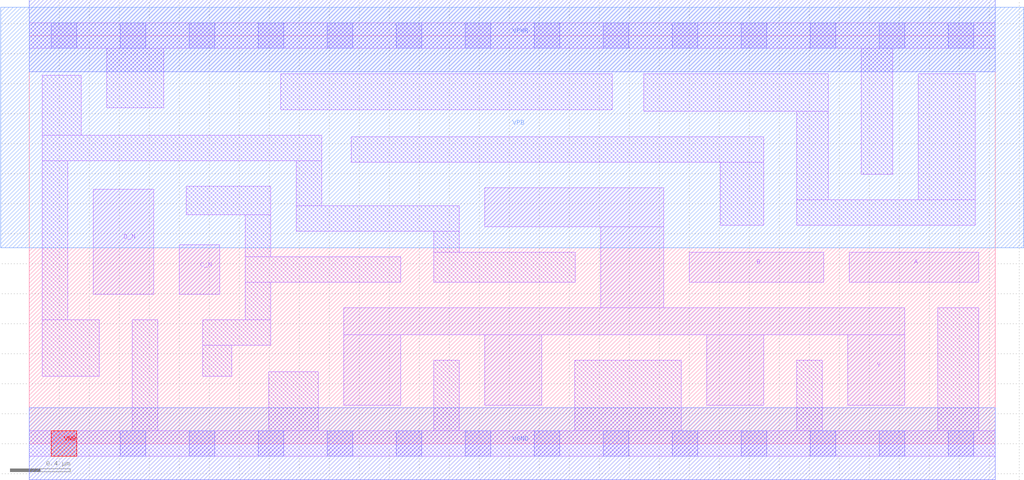
<source format=lef>
# Copyright 2020 The SkyWater PDK Authors
#
# Licensed under the Apache License, Version 2.0 (the "License");
# you may not use this file except in compliance with the License.
# You may obtain a copy of the License at
#
#     https://www.apache.org/licenses/LICENSE-2.0
#
# Unless required by applicable law or agreed to in writing, software
# distributed under the License is distributed on an "AS IS" BASIS,
# WITHOUT WARRANTIES OR CONDITIONS OF ANY KIND, either express or implied.
# See the License for the specific language governing permissions and
# limitations under the License.
#
# SPDX-License-Identifier: Apache-2.0

VERSION 5.7 ;
  NOWIREEXTENSIONATPIN ON ;
  DIVIDERCHAR "/" ;
  BUSBITCHARS "[]" ;
PROPERTYDEFINITIONS
  MACRO maskLayoutSubType STRING ;
  MACRO prCellType STRING ;
  MACRO originalViewName STRING ;
END PROPERTYDEFINITIONS
MACRO sky130_fd_sc_hdll__nor4bb_2
  CLASS CORE ;
  FOREIGN sky130_fd_sc_hdll__nor4bb_2 ;
  ORIGIN  0.000000  0.000000 ;
  SIZE  6.440000 BY  2.720000 ;
  SYMMETRY X Y R90 ;
  SITE unithd ;
  PIN A
    ANTENNAGATEAREA  0.555000 ;
    DIRECTION INPUT ;
    USE SIGNAL ;
    PORT
      LAYER li1 ;
        RECT 5.465000 1.075000 6.330000 1.275000 ;
    END
  END A
  PIN B
    ANTENNAGATEAREA  0.555000 ;
    DIRECTION INPUT ;
    USE SIGNAL ;
    PORT
      LAYER li1 ;
        RECT 4.400000 1.075000 5.295000 1.275000 ;
    END
  END B
  PIN C_N
    ANTENNAGATEAREA  0.138600 ;
    DIRECTION INPUT ;
    USE SIGNAL ;
    PORT
      LAYER li1 ;
        RECT 1.000000 0.995000 1.270000 1.325000 ;
    END
  END C_N
  PIN D_N
    ANTENNAGATEAREA  0.138600 ;
    DIRECTION INPUT ;
    USE SIGNAL ;
    PORT
      LAYER li1 ;
        RECT 0.425000 0.995000 0.830000 1.695000 ;
    END
  END D_N
  PIN VGND
    ANTENNADIFFAREA  1.295950 ;
    DIRECTION INOUT ;
    USE SIGNAL ;
    PORT
      LAYER met1 ;
        RECT 0.000000 -0.240000 6.440000 0.240000 ;
    END
  END VGND
  PIN VNB
    PORT
      LAYER pwell ;
        RECT 0.145000 -0.085000 0.315000 0.085000 ;
    END
  END VNB
  PIN VPB
    PORT
      LAYER nwell ;
        RECT -0.190000 1.305000 6.630000 2.910000 ;
    END
  END VPB
  PIN VPWR
    ANTENNADIFFAREA  0.543625 ;
    DIRECTION INOUT ;
    USE SIGNAL ;
    PORT
      LAYER met1 ;
        RECT 0.000000 2.480000 6.440000 2.960000 ;
    END
  END VPWR
  PIN Y
    ANTENNADIFFAREA  1.219500 ;
    DIRECTION OUTPUT ;
    USE SIGNAL ;
    PORT
      LAYER li1 ;
        RECT 2.095000 0.255000 2.475000 0.725000 ;
        RECT 2.095000 0.725000 5.835000 0.905000 ;
        RECT 3.035000 0.255000 3.415000 0.725000 ;
        RECT 3.035000 1.445000 4.230000 1.705000 ;
        RECT 3.810000 0.905000 4.230000 1.445000 ;
        RECT 4.515000 0.255000 4.895000 0.725000 ;
        RECT 5.455000 0.255000 5.835000 0.725000 ;
    END
  END Y
  OBS
    LAYER li1 ;
      RECT 0.000000 -0.085000 6.440000 0.085000 ;
      RECT 0.000000  2.635000 6.440000 2.805000 ;
      RECT 0.085000  0.450000 0.465000 0.825000 ;
      RECT 0.085000  0.825000 0.255000 1.885000 ;
      RECT 0.085000  1.885000 1.950000 2.055000 ;
      RECT 0.085000  2.055000 0.345000 2.455000 ;
      RECT 0.515000  2.240000 0.895000 2.635000 ;
      RECT 0.685000  0.085000 0.855000 0.825000 ;
      RECT 1.045000  1.525000 1.610000 1.715000 ;
      RECT 1.155000  0.450000 1.350000 0.655000 ;
      RECT 1.155000  0.655000 1.610000 0.825000 ;
      RECT 1.440000  0.825000 1.610000 1.075000 ;
      RECT 1.440000  1.075000 2.475000 1.245000 ;
      RECT 1.440000  1.245000 1.610000 1.525000 ;
      RECT 1.595000  0.085000 1.925000 0.480000 ;
      RECT 1.675000  2.225000 3.885000 2.465000 ;
      RECT 1.780000  1.415000 2.865000 1.585000 ;
      RECT 1.780000  1.585000 1.950000 1.885000 ;
      RECT 2.145000  1.875000 4.895000 2.045000 ;
      RECT 2.695000  0.085000 2.865000 0.555000 ;
      RECT 2.695000  1.075000 3.640000 1.275000 ;
      RECT 2.695000  1.275000 2.865000 1.415000 ;
      RECT 3.635000  0.085000 4.345000 0.555000 ;
      RECT 4.095000  2.215000 5.325000 2.465000 ;
      RECT 4.605000  1.455000 4.895000 1.875000 ;
      RECT 5.115000  0.085000 5.285000 0.555000 ;
      RECT 5.115000  1.455000 6.305000 1.625000 ;
      RECT 5.115000  1.625000 5.325000 2.215000 ;
      RECT 5.545000  1.795000 5.755000 2.635000 ;
      RECT 5.925000  1.625000 6.305000 2.465000 ;
      RECT 6.055000  0.085000 6.330000 0.905000 ;
    LAYER mcon ;
      RECT 0.145000 -0.085000 0.315000 0.085000 ;
      RECT 0.145000  2.635000 0.315000 2.805000 ;
      RECT 0.605000 -0.085000 0.775000 0.085000 ;
      RECT 0.605000  2.635000 0.775000 2.805000 ;
      RECT 1.065000 -0.085000 1.235000 0.085000 ;
      RECT 1.065000  2.635000 1.235000 2.805000 ;
      RECT 1.525000 -0.085000 1.695000 0.085000 ;
      RECT 1.525000  2.635000 1.695000 2.805000 ;
      RECT 1.985000 -0.085000 2.155000 0.085000 ;
      RECT 1.985000  2.635000 2.155000 2.805000 ;
      RECT 2.445000 -0.085000 2.615000 0.085000 ;
      RECT 2.445000  2.635000 2.615000 2.805000 ;
      RECT 2.905000 -0.085000 3.075000 0.085000 ;
      RECT 2.905000  2.635000 3.075000 2.805000 ;
      RECT 3.365000 -0.085000 3.535000 0.085000 ;
      RECT 3.365000  2.635000 3.535000 2.805000 ;
      RECT 3.825000 -0.085000 3.995000 0.085000 ;
      RECT 3.825000  2.635000 3.995000 2.805000 ;
      RECT 4.285000 -0.085000 4.455000 0.085000 ;
      RECT 4.285000  2.635000 4.455000 2.805000 ;
      RECT 4.745000 -0.085000 4.915000 0.085000 ;
      RECT 4.745000  2.635000 4.915000 2.805000 ;
      RECT 5.205000 -0.085000 5.375000 0.085000 ;
      RECT 5.205000  2.635000 5.375000 2.805000 ;
      RECT 5.665000 -0.085000 5.835000 0.085000 ;
      RECT 5.665000  2.635000 5.835000 2.805000 ;
      RECT 6.125000 -0.085000 6.295000 0.085000 ;
      RECT 6.125000  2.635000 6.295000 2.805000 ;
  END
  PROPERTY maskLayoutSubType "abstract" ;
  PROPERTY prCellType "standard" ;
  PROPERTY originalViewName "layout" ;
END sky130_fd_sc_hdll__nor4bb_2
END LIBRARY

</source>
